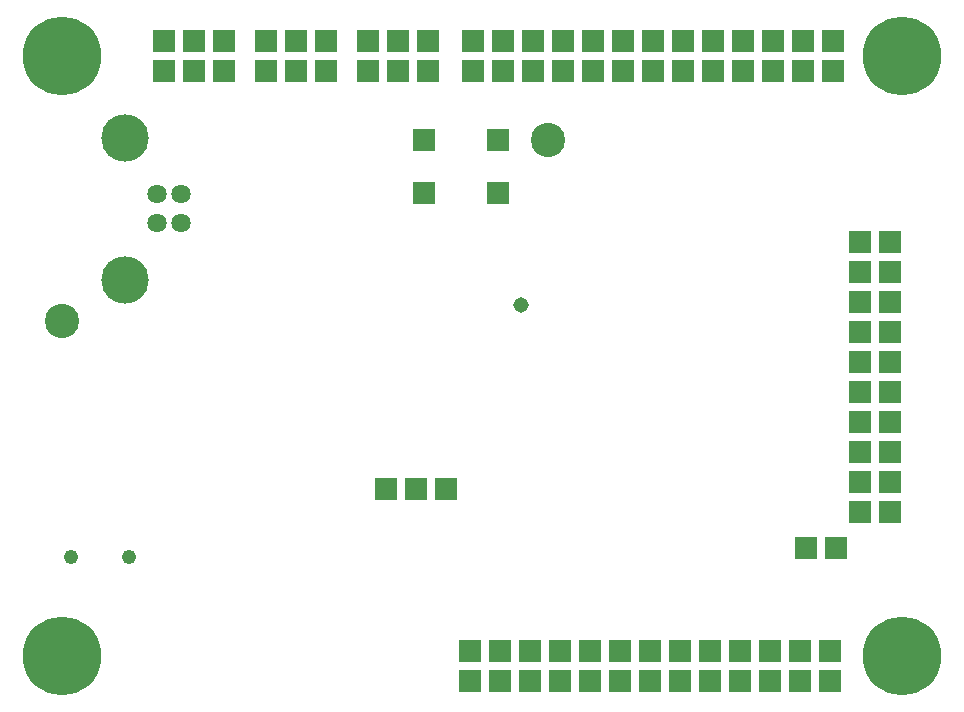
<source format=gbr>
G75*
G70*
%OFA0B0*%
%FSLAX24Y24*%
%IPPOS*%
%LPD*%
%AMOC8*
5,1,8,0,0,1.08239X$1,22.5*
%
%ADD10C,0.0642*%
%ADD11C,0.1580*%
%ADD12C,0.1143*%
%ADD13R,0.0730X0.0730*%
%ADD14C,0.0477*%
%ADD15R,0.0740X0.0740*%
%ADD16C,0.2620*%
%ADD17C,0.0516*%
D10*
X005713Y017058D03*
X006500Y017058D03*
X006500Y018042D03*
X005713Y018042D03*
D11*
X004650Y019912D03*
X004650Y015188D03*
D12*
X002550Y013800D03*
X018750Y019850D03*
D13*
X018250Y022150D03*
X019250Y022150D03*
X019250Y023150D03*
X018250Y023150D03*
X017250Y023150D03*
X016250Y023150D03*
X016250Y022150D03*
X017250Y022150D03*
X014750Y022150D03*
X014750Y023150D03*
X013750Y023150D03*
X012750Y023150D03*
X012750Y022150D03*
X013750Y022150D03*
X011350Y022150D03*
X010350Y022150D03*
X009350Y022150D03*
X009350Y023150D03*
X010350Y023150D03*
X011350Y023150D03*
X007950Y023150D03*
X006950Y023150D03*
X005950Y023150D03*
X005950Y022150D03*
X006950Y022150D03*
X007950Y022150D03*
X020250Y022150D03*
X021250Y022150D03*
X022250Y022150D03*
X022250Y023150D03*
X021250Y023150D03*
X020250Y023150D03*
X023250Y023150D03*
X024250Y023150D03*
X025250Y023150D03*
X025250Y022150D03*
X024250Y022150D03*
X023250Y022150D03*
X026250Y022150D03*
X027250Y022150D03*
X027250Y023150D03*
X026250Y023150D03*
X028250Y023150D03*
X028250Y022150D03*
X029150Y016450D03*
X030150Y016450D03*
X030150Y015450D03*
X029150Y015450D03*
X029150Y014450D03*
X030150Y014450D03*
X030150Y013450D03*
X029150Y013450D03*
X029150Y012450D03*
X030150Y012450D03*
X030150Y011450D03*
X029150Y011450D03*
X029150Y010450D03*
X030150Y010450D03*
X030150Y009450D03*
X029150Y009450D03*
X029150Y008450D03*
X030150Y008450D03*
X030150Y007450D03*
X029150Y007450D03*
X028350Y006250D03*
X027350Y006250D03*
X027150Y002800D03*
X026150Y002800D03*
X026150Y001800D03*
X027150Y001800D03*
X028150Y001800D03*
X028150Y002800D03*
X025150Y002800D03*
X024150Y002800D03*
X024150Y001800D03*
X025150Y001800D03*
X023150Y001800D03*
X022150Y001800D03*
X021150Y001800D03*
X021150Y002800D03*
X022150Y002800D03*
X023150Y002800D03*
X020150Y002800D03*
X019150Y002800D03*
X018150Y002800D03*
X018150Y001800D03*
X019150Y001800D03*
X020150Y001800D03*
X017150Y001800D03*
X016150Y001800D03*
X016150Y002800D03*
X017150Y002800D03*
X015350Y008200D03*
X014350Y008200D03*
X013350Y008200D03*
D14*
X004761Y005950D03*
X002839Y005950D03*
D15*
X014610Y018064D03*
X014610Y019836D03*
X017090Y019836D03*
X017090Y018064D03*
D16*
X002550Y002650D03*
X002550Y022650D03*
X030550Y022650D03*
X030550Y002650D03*
D17*
X017850Y014350D03*
M02*

</source>
